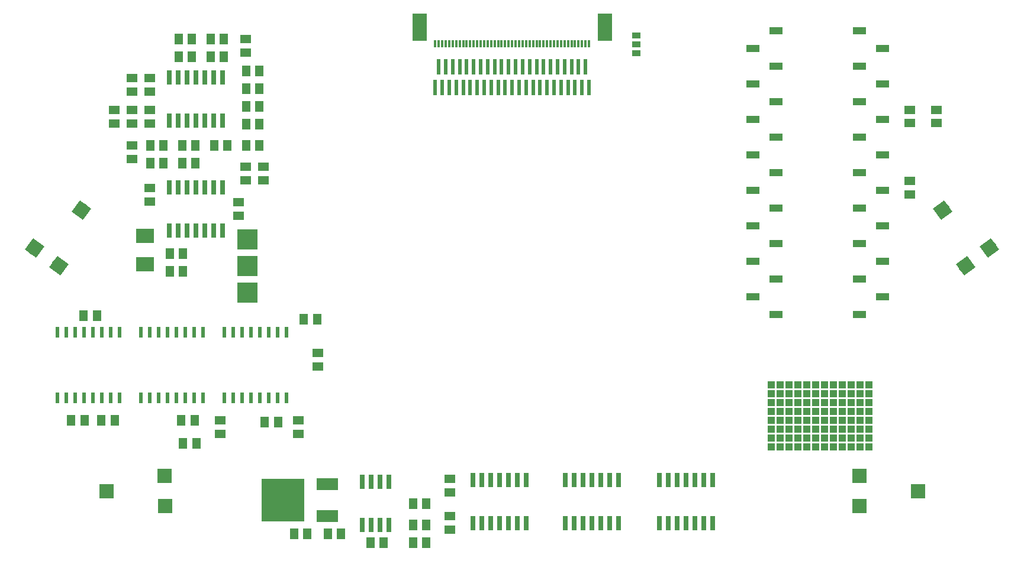
<source format=gbr>
G04 #@! TF.GenerationSoftware,KiCad,Pcbnew,5.0.2-bee76a0~70~ubuntu18.04.1*
G04 #@! TF.CreationDate,2020-10-17T11:56:47+02:00*
G04 #@! TF.ProjectId,DVDLaserScanner,4456444c-6173-4657-9253-63616e6e6572,rev?*
G04 #@! TF.SameCoordinates,Original*
G04 #@! TF.FileFunction,Paste,Bot*
G04 #@! TF.FilePolarity,Positive*
%FSLAX46Y46*%
G04 Gerber Fmt 4.6, Leading zero omitted, Abs format (unit mm)*
G04 Created by KiCad (PCBNEW 5.0.2-bee76a0~70~ubuntu18.04.1) date Sa 17 Okt 2020 11:56:47 CEST*
%MOMM*%
%LPD*%
G01*
G04 APERTURE LIST*
%ADD10R,2.100000X4.000000*%
%ADD11R,0.300000X1.100000*%
%ADD12R,2.000000X2.000000*%
%ADD13C,2.000000*%
%ADD14C,0.100000*%
%ADD15R,0.660400X2.032000*%
%ADD16R,1.900000X1.020000*%
%ADD17R,1.500000X1.295400*%
%ADD18R,1.295400X1.500000*%
%ADD19R,3.048000X1.651000*%
%ADD20R,6.096000X6.096000*%
%ADD21R,1.270000X0.965200*%
%ADD22R,0.508000X1.620000*%
%ADD23R,0.580000X1.620000*%
%ADD24R,0.540000X2.300000*%
%ADD25R,2.500000X2.000000*%
%ADD26R,3.000000X3.000000*%
%ADD27R,1.050000X1.050000*%
G04 APERTURE END LIST*
D10*
G04 #@! TO.C,U11*
X81750000Y-44609000D03*
X108250000Y-44609000D03*
D11*
X95500000Y-46959000D03*
X84000000Y-46959000D03*
X84500000Y-46959000D03*
X85000000Y-46959000D03*
X85500000Y-46959000D03*
X86000000Y-46959000D03*
X86500000Y-46959000D03*
X87000000Y-46959000D03*
X87500000Y-46959000D03*
X88000000Y-46959000D03*
X88500000Y-46959000D03*
X89000000Y-46959000D03*
X94500000Y-46959000D03*
X94000000Y-46959000D03*
X95000000Y-46959000D03*
X93500000Y-46959000D03*
X93000000Y-46959000D03*
X92500000Y-46959000D03*
X92000000Y-46959000D03*
X91500000Y-46959000D03*
X91000000Y-46959000D03*
X90500000Y-46959000D03*
X89500000Y-46959000D03*
X90000000Y-46959000D03*
X102000000Y-46959000D03*
X101500000Y-46959000D03*
X102500000Y-46959000D03*
X103000000Y-46959000D03*
X103500000Y-46959000D03*
X104000000Y-46959000D03*
X104500000Y-46959000D03*
X105000000Y-46959000D03*
X105500000Y-46959000D03*
X106000000Y-46959000D03*
X101000000Y-46959000D03*
X100500000Y-46959000D03*
X100000000Y-46959000D03*
X99500000Y-46959000D03*
X99000000Y-46959000D03*
X98500000Y-46959000D03*
X98000000Y-46959000D03*
X97500000Y-46959000D03*
X97000000Y-46959000D03*
X96500000Y-46959000D03*
X96000000Y-46959000D03*
G04 #@! TD*
D12*
G04 #@! TO.C,RV4*
X153050000Y-111000000D03*
X144700000Y-113150000D03*
X144650000Y-108850000D03*
G04 #@! TD*
G04 #@! TO.C,RV3*
X36950000Y-111000000D03*
X45300000Y-108850000D03*
X45350000Y-113150000D03*
G04 #@! TD*
D13*
G04 #@! TO.C,RV2*
X156590968Y-70744380D03*
D14*
G36*
X156800002Y-69345700D02*
X157989648Y-70953414D01*
X156381934Y-72143060D01*
X155192288Y-70535346D01*
X156800002Y-69345700D01*
X156800002Y-69345700D01*
G37*
D13*
X163286030Y-76177716D03*
D14*
G36*
X163495064Y-74779036D02*
X164684710Y-76386750D01*
X163076996Y-77576396D01*
X161887350Y-75968682D01*
X163495064Y-74779036D01*
X163495064Y-74779036D01*
G37*
D13*
X159859187Y-78775646D03*
D14*
G36*
X160068221Y-77376966D02*
X161257867Y-78984680D01*
X159650153Y-80174326D01*
X158460507Y-78566612D01*
X160068221Y-77376966D01*
X160068221Y-77376966D01*
G37*
G04 #@! TD*
D13*
G04 #@! TO.C,RV1*
X33409032Y-70744380D03*
D14*
G36*
X34807712Y-70535346D02*
X33618066Y-72143060D01*
X32010352Y-70953414D01*
X33199998Y-69345700D01*
X34807712Y-70535346D01*
X34807712Y-70535346D01*
G37*
D13*
X30170553Y-78735453D03*
D14*
G36*
X31569233Y-78526419D02*
X30379587Y-80134133D01*
X28771873Y-78944487D01*
X29961519Y-77336773D01*
X31569233Y-78526419D01*
X31569233Y-78526419D01*
G37*
D13*
X26684229Y-76217908D03*
D14*
G36*
X28082909Y-76008874D02*
X26893263Y-77616588D01*
X25285549Y-76426942D01*
X26475195Y-74819228D01*
X28082909Y-76008874D01*
X28082909Y-76008874D01*
G37*
G04 #@! TD*
D15*
G04 #@! TO.C,U1*
X102616000Y-109448600D03*
X103886000Y-109448600D03*
X105156000Y-109448600D03*
X106426000Y-109448600D03*
X107696000Y-109448600D03*
X108966000Y-109448600D03*
X110236000Y-109448600D03*
X110236000Y-115595400D03*
X108966000Y-115595400D03*
X106426000Y-115595400D03*
X105156000Y-115595400D03*
X103886000Y-115595400D03*
X102616000Y-115595400D03*
X107696000Y-115595400D03*
G04 #@! TD*
G04 #@! TO.C,U2*
X116078000Y-109448600D03*
X117348000Y-109448600D03*
X118618000Y-109448600D03*
X119888000Y-109448600D03*
X121158000Y-109448600D03*
X122428000Y-109448600D03*
X123698000Y-109448600D03*
X123698000Y-115595400D03*
X122428000Y-115595400D03*
X119888000Y-115595400D03*
X118618000Y-115595400D03*
X117348000Y-115595400D03*
X116078000Y-115595400D03*
X121158000Y-115595400D03*
G04 #@! TD*
D16*
G04 #@! TO.C,U3*
X144720000Y-45110400D03*
X148020000Y-47650400D03*
X144720000Y-50190400D03*
X148020000Y-52730400D03*
X144720000Y-55270400D03*
X148020000Y-57810400D03*
X144720000Y-60350400D03*
X148020000Y-62890400D03*
X144720000Y-65430400D03*
X148020000Y-67970400D03*
X148020000Y-73050400D03*
X148020000Y-78130400D03*
X148020000Y-83210400D03*
X144720000Y-85750400D03*
X144720000Y-75590400D03*
X144720000Y-80670400D03*
X144720000Y-70510400D03*
X132780000Y-55270400D03*
X132780000Y-50190400D03*
X132780000Y-60350400D03*
X132780000Y-45110400D03*
X129480000Y-47650400D03*
X129480000Y-52730400D03*
X129480000Y-57810400D03*
X129480000Y-62890400D03*
X132780000Y-65430400D03*
X129480000Y-67970400D03*
X132780000Y-70510400D03*
X129480000Y-73050400D03*
X132780000Y-75590400D03*
X129480000Y-78130400D03*
X132780000Y-80670400D03*
X129480000Y-83210400D03*
X132780000Y-85750400D03*
G04 #@! TD*
D17*
G04 #@! TO.C,C3*
X86106000Y-114620000D03*
X86106000Y-116520000D03*
G04 #@! TD*
D18*
G04 #@! TO.C,R1*
X36261000Y-100838000D03*
X38161000Y-100838000D03*
G04 #@! TD*
G04 #@! TO.C,R2*
X47945000Y-104140000D03*
X49845000Y-104140000D03*
G04 #@! TD*
D17*
G04 #@! TO.C,R3*
X64389000Y-100904000D03*
X64389000Y-102804000D03*
G04 #@! TD*
G04 #@! TO.C,R4*
X67183000Y-91252000D03*
X67183000Y-93152000D03*
G04 #@! TD*
D18*
G04 #@! TO.C,R5*
X33721000Y-85852000D03*
X35621000Y-85852000D03*
G04 #@! TD*
G04 #@! TO.C,R6*
X65217000Y-86360000D03*
X67117000Y-86360000D03*
G04 #@! TD*
G04 #@! TO.C,R7*
X31943000Y-100838000D03*
X33843000Y-100838000D03*
G04 #@! TD*
G04 #@! TO.C,R8*
X59629000Y-101092000D03*
X61529000Y-101092000D03*
G04 #@! TD*
D17*
G04 #@! TO.C,R9*
X53213000Y-102804000D03*
X53213000Y-100904000D03*
G04 #@! TD*
D18*
G04 #@! TO.C,R10*
X49591000Y-100838000D03*
X47691000Y-100838000D03*
G04 #@! TD*
D17*
G04 #@! TO.C,R11*
X86106000Y-109286000D03*
X86106000Y-111186000D03*
G04 #@! TD*
D18*
G04 #@! TO.C,R12*
X46040000Y-79502000D03*
X47940000Y-79502000D03*
G04 #@! TD*
G04 #@! TO.C,R13*
X46040000Y-76962000D03*
X47940000Y-76962000D03*
G04 #@! TD*
G04 #@! TO.C,C4*
X76642000Y-118364000D03*
X74742000Y-118364000D03*
G04 #@! TD*
D19*
G04 #@! TO.C,Q1*
X68580000Y-109982000D03*
D20*
X62230000Y-112268000D03*
D19*
X68580000Y-114554000D03*
G04 #@! TD*
D17*
G04 #@! TO.C,R14*
X151892000Y-58328600D03*
X151892000Y-56428600D03*
G04 #@! TD*
D18*
G04 #@! TO.C,R15*
X82738000Y-115824000D03*
X80838000Y-115824000D03*
G04 #@! TD*
G04 #@! TO.C,R16*
X80838000Y-112776000D03*
X82738000Y-112776000D03*
G04 #@! TD*
G04 #@! TO.C,R17*
X82738000Y-118364000D03*
X80838000Y-118364000D03*
G04 #@! TD*
G04 #@! TO.C,R18*
X68646000Y-117094000D03*
X70546000Y-117094000D03*
G04 #@! TD*
D17*
G04 #@! TO.C,R19*
X155702000Y-58328600D03*
X155702000Y-56428600D03*
G04 #@! TD*
D18*
G04 #@! TO.C,R20*
X63820000Y-117094000D03*
X65720000Y-117094000D03*
G04 #@! TD*
D15*
G04 #@! TO.C,U7*
X73533000Y-109702600D03*
X74803000Y-109702600D03*
X76073000Y-109702600D03*
X77343000Y-109702600D03*
X77343000Y-115849400D03*
X76073000Y-115849400D03*
X74803000Y-115849400D03*
X73533000Y-115849400D03*
G04 #@! TD*
G04 #@! TO.C,U8*
X89408000Y-109448600D03*
X90678000Y-109448600D03*
X91948000Y-109448600D03*
X93218000Y-109448600D03*
X94488000Y-109448600D03*
X95758000Y-109448600D03*
X97028000Y-109448600D03*
X97028000Y-115595400D03*
X95758000Y-115595400D03*
X93218000Y-115595400D03*
X91948000Y-115595400D03*
X90678000Y-115595400D03*
X89408000Y-115595400D03*
X94488000Y-115595400D03*
G04 #@! TD*
D21*
G04 #@! TO.C,JP1*
X112776000Y-48260000D03*
X112776000Y-46990000D03*
X112776000Y-45720000D03*
G04 #@! TD*
D18*
G04 #@! TO.C,R21*
X49718000Y-64008000D03*
X47818000Y-64008000D03*
G04 #@! TD*
D22*
G04 #@! TO.C,U4*
X29972000Y-88274000D03*
X31242000Y-88274000D03*
X32512000Y-88274000D03*
X33782000Y-88274000D03*
X35052000Y-88274000D03*
X36322000Y-88274000D03*
X37592000Y-88274000D03*
X38862000Y-88274000D03*
X38862000Y-97654000D03*
X37592000Y-97654000D03*
X36322000Y-97654000D03*
X35052000Y-97654000D03*
X33782000Y-97654000D03*
X32512000Y-97654000D03*
X31242000Y-97654000D03*
D23*
X29972000Y-97654000D03*
G04 #@! TD*
D22*
G04 #@! TO.C,U5*
X53848000Y-88274000D03*
X55118000Y-88274000D03*
X56388000Y-88274000D03*
X57658000Y-88274000D03*
X58928000Y-88274000D03*
X60198000Y-88274000D03*
X61468000Y-88274000D03*
X62738000Y-88274000D03*
X62738000Y-97654000D03*
X61468000Y-97654000D03*
X60198000Y-97654000D03*
X58928000Y-97654000D03*
X57658000Y-97654000D03*
X56388000Y-97654000D03*
X55118000Y-97654000D03*
D23*
X53848000Y-97654000D03*
G04 #@! TD*
D22*
G04 #@! TO.C,U6*
X41910000Y-88274000D03*
X43180000Y-88274000D03*
X44450000Y-88274000D03*
X45720000Y-88274000D03*
X46990000Y-88274000D03*
X48260000Y-88274000D03*
X49530000Y-88274000D03*
X50800000Y-88274000D03*
X50800000Y-97654000D03*
X49530000Y-97654000D03*
X48260000Y-97654000D03*
X46990000Y-97654000D03*
X45720000Y-97654000D03*
X44450000Y-97654000D03*
X43180000Y-97654000D03*
D23*
X41910000Y-97654000D03*
G04 #@! TD*
D24*
G04 #@! TO.C,U10*
X84000000Y-53203800D03*
X84500000Y-50203800D03*
X85000000Y-53203800D03*
X85500000Y-50203800D03*
X86000000Y-53203800D03*
X86500000Y-50203800D03*
X87000000Y-53203800D03*
X87500000Y-50203800D03*
X88000000Y-53203800D03*
X88500000Y-50203800D03*
X89000000Y-53203800D03*
X89500000Y-50203800D03*
X90000000Y-53203800D03*
X90500000Y-50203800D03*
X91000000Y-53203800D03*
X91500000Y-50203800D03*
X92000000Y-53203800D03*
X92500000Y-50203800D03*
X93000000Y-53203800D03*
X93500000Y-50203800D03*
X94000000Y-53203800D03*
X94500000Y-50203800D03*
X95000000Y-53203800D03*
X95500000Y-50203800D03*
X96000000Y-53203800D03*
X96500000Y-50203800D03*
X97000000Y-53203800D03*
X97500000Y-50203800D03*
X98000000Y-53203800D03*
X98500000Y-50203800D03*
X99000000Y-53203800D03*
X99500000Y-50203800D03*
X100000000Y-53203800D03*
X100500000Y-50203800D03*
X101000000Y-53203800D03*
X101500000Y-50203800D03*
X102000000Y-53203800D03*
X102500000Y-50203800D03*
X103000000Y-53203800D03*
X103500000Y-50203800D03*
X104000000Y-53203800D03*
X104500000Y-50203800D03*
X105000000Y-53203800D03*
X105500000Y-50203800D03*
X106000000Y-53203800D03*
G04 #@! TD*
D17*
G04 #@! TO.C,C1*
X43180000Y-67630000D03*
X43180000Y-69530000D03*
G04 #@! TD*
G04 #@! TO.C,C2*
X43180000Y-56454000D03*
X43180000Y-58354000D03*
G04 #@! TD*
G04 #@! TO.C,C5*
X56896000Y-46294000D03*
X56896000Y-48194000D03*
G04 #@! TD*
D18*
G04 #@! TO.C,C8*
X45146000Y-61468000D03*
X43246000Y-61468000D03*
G04 #@! TD*
D17*
G04 #@! TO.C,C9*
X43180000Y-53782000D03*
X43180000Y-51882000D03*
G04 #@! TD*
D18*
G04 #@! TO.C,C10*
X49210000Y-46228000D03*
X47310000Y-46228000D03*
G04 #@! TD*
D17*
G04 #@! TO.C,R22*
X40640000Y-56454000D03*
X40640000Y-58354000D03*
G04 #@! TD*
G04 #@! TO.C,R23*
X38100000Y-58354000D03*
X38100000Y-56454000D03*
G04 #@! TD*
D18*
G04 #@! TO.C,R24*
X47818000Y-61468000D03*
X49718000Y-61468000D03*
G04 #@! TD*
G04 #@! TO.C,R25*
X56962000Y-55880000D03*
X58862000Y-55880000D03*
G04 #@! TD*
G04 #@! TO.C,R26*
X54290000Y-61468000D03*
X52390000Y-61468000D03*
G04 #@! TD*
G04 #@! TO.C,R27*
X58862000Y-61468000D03*
X56962000Y-61468000D03*
G04 #@! TD*
G04 #@! TO.C,R28*
X56962000Y-58420000D03*
X58862000Y-58420000D03*
G04 #@! TD*
G04 #@! TO.C,R29*
X43246000Y-64008000D03*
X45146000Y-64008000D03*
G04 #@! TD*
D17*
G04 #@! TO.C,R30*
X40640000Y-63434000D03*
X40640000Y-61534000D03*
G04 #@! TD*
G04 #@! TO.C,R31*
X40640000Y-51882000D03*
X40640000Y-53782000D03*
G04 #@! TD*
D18*
G04 #@! TO.C,R32*
X47310000Y-48768000D03*
X49210000Y-48768000D03*
G04 #@! TD*
G04 #@! TO.C,R33*
X53782000Y-48768000D03*
X51882000Y-48768000D03*
G04 #@! TD*
D17*
G04 #@! TO.C,R34*
X56896000Y-64582000D03*
X56896000Y-66482000D03*
G04 #@! TD*
G04 #@! TO.C,R35*
X59436000Y-64582000D03*
X59436000Y-66482000D03*
G04 #@! TD*
D18*
G04 #@! TO.C,R36*
X51882000Y-46228000D03*
X53782000Y-46228000D03*
G04 #@! TD*
G04 #@! TO.C,R37*
X56962000Y-53340000D03*
X58862000Y-53340000D03*
G04 #@! TD*
G04 #@! TO.C,R38*
X58862000Y-50800000D03*
X56962000Y-50800000D03*
G04 #@! TD*
D25*
G04 #@! TO.C,C12*
X42500000Y-74500000D03*
X42500000Y-78500000D03*
G04 #@! TD*
D15*
G04 #@! TO.C,U9*
X51054000Y-57937400D03*
X45974000Y-57937400D03*
X47244000Y-57937400D03*
X48514000Y-57937400D03*
X49784000Y-57937400D03*
X52324000Y-57937400D03*
X53594000Y-57937400D03*
X53594000Y-51790600D03*
X52324000Y-51790600D03*
X51054000Y-51790600D03*
X49784000Y-51790600D03*
X48514000Y-51790600D03*
X47244000Y-51790600D03*
X45974000Y-51790600D03*
G04 #@! TD*
G04 #@! TO.C,U13*
X45974000Y-67538600D03*
X47244000Y-67538600D03*
X48514000Y-67538600D03*
X49784000Y-67538600D03*
X51054000Y-67538600D03*
X52324000Y-67538600D03*
X53594000Y-67538600D03*
X53594000Y-73685400D03*
X52324000Y-73685400D03*
X49784000Y-73685400D03*
X48514000Y-73685400D03*
X47244000Y-73685400D03*
X45974000Y-73685400D03*
X51054000Y-73685400D03*
G04 #@! TD*
D26*
G04 #@! TO.C,X5*
X57150000Y-82550000D03*
G04 #@! TD*
G04 #@! TO.C,X6*
X57150000Y-78740000D03*
G04 #@! TD*
G04 #@! TO.C,X7*
X57150000Y-74930000D03*
G04 #@! TD*
D17*
G04 #@! TO.C,C6*
X151892000Y-68514000D03*
X151892000Y-66614000D03*
G04 #@! TD*
G04 #@! TO.C,C7*
X55880000Y-71562000D03*
X55880000Y-69662000D03*
G04 #@! TD*
D27*
G04 #@! TO.C,REF\002A\002A*
X132080000Y-104648000D03*
X133350000Y-104648000D03*
X134620000Y-104648000D03*
X135890000Y-104648000D03*
X137160000Y-104648000D03*
X138430000Y-104648000D03*
X139700000Y-104648000D03*
X140970000Y-104648000D03*
X142240000Y-104648000D03*
X143510000Y-104648000D03*
X144780000Y-104648000D03*
X146050000Y-104648000D03*
X132080000Y-103378000D03*
X133350000Y-103378000D03*
X134620000Y-103378000D03*
X135890000Y-103378000D03*
X137160000Y-103378000D03*
X138430000Y-103378000D03*
X139700000Y-103378000D03*
X140970000Y-103378000D03*
X142240000Y-103378000D03*
X143510000Y-103378000D03*
X144780000Y-103378000D03*
X146050000Y-103378000D03*
X132080000Y-102108000D03*
X133350000Y-102108000D03*
X134620000Y-102108000D03*
X135890000Y-102108000D03*
X137160000Y-102108000D03*
X138430000Y-102108000D03*
X139700000Y-102108000D03*
X140970000Y-102108000D03*
X142240000Y-102108000D03*
X143510000Y-102108000D03*
X144780000Y-102108000D03*
X146050000Y-102108000D03*
X132080000Y-100838000D03*
X133350000Y-100838000D03*
X134620000Y-100838000D03*
X135890000Y-100838000D03*
X137160000Y-100838000D03*
X138430000Y-100838000D03*
X139700000Y-100838000D03*
X140970000Y-100838000D03*
X142240000Y-100838000D03*
X143510000Y-100838000D03*
X144780000Y-100838000D03*
X146050000Y-100838000D03*
X132080000Y-99568000D03*
X133350000Y-99568000D03*
X134620000Y-99568000D03*
X135890000Y-99568000D03*
X137160000Y-99568000D03*
X138430000Y-99568000D03*
X139700000Y-99568000D03*
X140970000Y-99568000D03*
X142240000Y-99568000D03*
X143510000Y-99568000D03*
X144780000Y-99568000D03*
X146050000Y-99568000D03*
X132080000Y-98298000D03*
X133350000Y-98298000D03*
X134620000Y-98298000D03*
X135890000Y-98298000D03*
X137160000Y-98298000D03*
X138430000Y-98298000D03*
X139700000Y-98298000D03*
X140970000Y-98298000D03*
X142240000Y-98298000D03*
X143510000Y-98298000D03*
X144780000Y-98298000D03*
X146050000Y-98298000D03*
X132080000Y-97028000D03*
X133350000Y-97028000D03*
X134620000Y-97028000D03*
X135890000Y-97028000D03*
X137160000Y-97028000D03*
X138430000Y-97028000D03*
X139700000Y-97028000D03*
X140970000Y-97028000D03*
X142240000Y-97028000D03*
X143510000Y-97028000D03*
X144780000Y-97028000D03*
X146050000Y-97028000D03*
X132080000Y-95758000D03*
X133350000Y-95758000D03*
X134620000Y-95758000D03*
X135890000Y-95758000D03*
X137160000Y-95758000D03*
X138430000Y-95758000D03*
X139700000Y-95758000D03*
X140970000Y-95758000D03*
X142240000Y-95758000D03*
X143510000Y-95758000D03*
X144780000Y-95758000D03*
X146050000Y-95758000D03*
G04 #@! TD*
M02*

</source>
